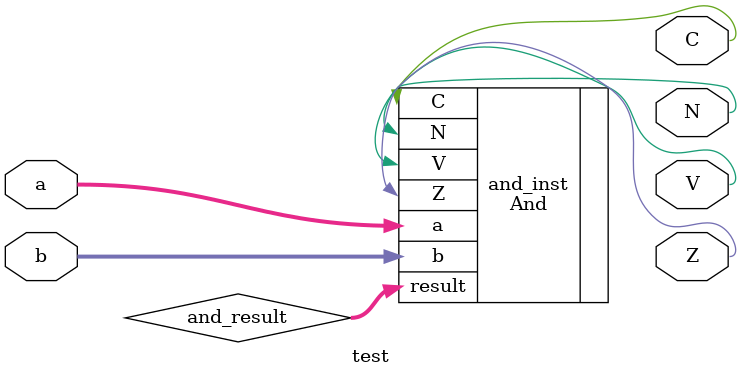
<source format=v>
`timescale 1ns / 1ps
module test(
    input [15:0] a,
    input [15:0] b,
    output Z,
    output N,
    output C,
    output V
);

    wire [15:0] and_result;

    And and_inst(
        .a(a),
        .b(b),
        .result(and_result),
        .Z(Z),
        .N(N),
        .C(C),
        .V(V)
    );


endmodule

</source>
